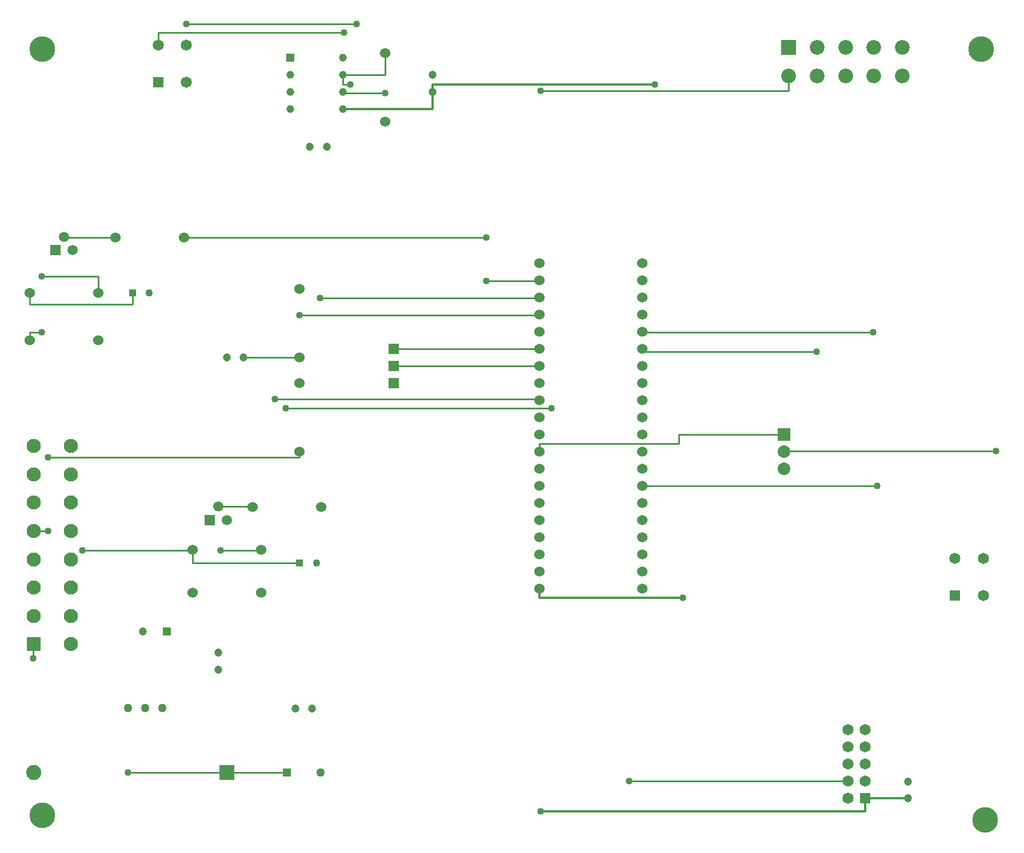
<source format=gbr>
G04 DesignSpark PCB Gerber Version 9.0 Build 5138 *
%FSLAX35Y35*%
%MOIN*%
%ADD24R,0.04331X0.04331*%
%ADD74R,0.04563X0.04563*%
%ADD21R,0.04724X0.04724*%
%ADD22R,0.05020X0.05020*%
%ADD72R,0.05965X0.05965*%
%ADD76R,0.06000X0.06000*%
%ADD28R,0.06496X0.06496*%
%ADD26R,0.07323X0.07323*%
%ADD14R,0.08268X0.08268*%
%ADD70R,0.08563X0.08563*%
%ADD18R,0.08858X0.08858*%
%ADD10C,0.01000*%
%ADD12C,0.01181*%
%ADD11C,0.04000*%
%ADD25C,0.04331*%
%ADD75C,0.04563*%
%ADD20C,0.04724*%
%ADD17C,0.04961*%
%ADD23C,0.05020*%
%ADD73C,0.05965*%
%ADD16C,0.06000*%
%ADD29C,0.06496*%
%ADD27C,0.07323*%
%ADD15C,0.08268*%
%ADD71C,0.08563*%
%ADD19C,0.08858*%
%ADD13C,0.14961*%
X0Y0D02*
D02*
D10*
X15600Y328159D02*
Y321624D01*
X75600*
Y328159*
X17549Y115009D02*
Y123159D01*
X18100*
X22588Y305246D02*
X15600D01*
Y300659*
X22588Y338002D02*
X55600D01*
Y328159*
X26368Y189340D02*
X18100D01*
Y189301*
X26368Y232175D02*
X173100D01*
Y235659*
X35600Y361033D02*
Y360659D01*
X65738*
X72982Y48238D02*
X130600D01*
Y48159*
X110600Y178002D02*
Y178159D01*
Y178002D02*
X46525D01*
X110600D02*
Y170659D01*
X173100*
X127155Y178002D02*
X150600D01*
Y178159*
X130600Y48159D02*
X165600D01*
X140443Y290659D02*
X173100D01*
X145600Y203159D02*
Y203533D01*
X125600*
X158651Y266191D02*
X313100D01*
Y265659*
X173100Y315324D02*
X313100D01*
Y315659*
X185108Y325403D02*
X313100D01*
Y325659*
X198474Y455659D02*
X223100D01*
Y468159*
X198966Y480364D02*
X90600D01*
Y473041*
X202746Y450128D02*
X198474D01*
Y455659*
X206525Y485403D02*
X106998D01*
X222903Y445088D02*
X198474D01*
Y445659*
X228100Y285659D02*
X313100D01*
X228100Y295659D02*
X313100D01*
X282116Y335482D02*
X313100D01*
Y335659*
X282116Y360679D02*
X105738D01*
Y360659*
X313100Y235659D02*
Y240403D01*
X394242*
Y245659*
X455600*
X313612Y446348D02*
X458494D01*
Y455009*
X319911Y261151D02*
X164950D01*
X365265Y43198D02*
X493100D01*
Y43159*
X474872Y293907D02*
X373100D01*
Y295659*
X507628Y305246D02*
X373100D01*
Y305659*
X510147Y215797D02*
X373100D01*
Y215659*
X579439Y235954D02*
X455600D01*
Y235659*
D02*
D11*
X17549Y115009D03*
X22588Y305246D03*
Y338002D03*
X26368Y189340D03*
Y232175D03*
X46525Y178002D03*
X72982Y48238D03*
X106998Y485403D03*
X127155Y178002D03*
X158651Y266191D03*
X164950Y261151D03*
X173100Y315324D03*
X185108Y325403D03*
X198966Y480364D03*
X202746Y450128D03*
X206525Y485403D03*
X222903Y445088D03*
X282116Y335482D03*
Y360679D03*
X313612Y25561D03*
Y446348D03*
X319911Y261151D03*
X365265Y43198D03*
X380383Y450128D03*
X396761Y150285D03*
X474872Y293907D03*
X507628Y305246D03*
X510147Y215797D03*
X579439Y235954D03*
D02*
D12*
X250600Y445817D02*
Y435659D01*
X198474*
X313612Y25561D02*
X503100D01*
Y33159*
X380383Y450128D02*
X250600D01*
Y445817*
X396761Y150285D02*
X313100D01*
Y155659*
X503100Y33159D02*
X528100D01*
D02*
D13*
X23100Y23159D03*
Y470659D03*
X570600D03*
X573100Y20659D03*
D02*
D14*
X18100Y123159D03*
D02*
D15*
Y139694D03*
Y156230D03*
Y172765D03*
Y189301D03*
Y205836D03*
Y222372D03*
Y238907D03*
X39754Y123159D03*
Y139694D03*
Y156230D03*
Y172765D03*
Y189301D03*
Y205836D03*
Y222372D03*
Y238907D03*
D02*
D16*
X15600Y300659D03*
Y328159D03*
X55600Y300659D03*
Y328159D03*
X65738Y360659D03*
X105738D03*
X110600Y153159D03*
Y178159D03*
X145600Y203159D03*
X150600Y153159D03*
Y178159D03*
X173100Y235659D03*
Y275659D03*
Y290659D03*
Y330659D03*
X185600Y203159D03*
X223100Y428159D03*
Y468159D03*
X313100Y155659D03*
Y165659D03*
Y175659D03*
Y185659D03*
Y195659D03*
Y205659D03*
Y215659D03*
Y225659D03*
Y235659D03*
Y245659D03*
Y255659D03*
Y265659D03*
Y275659D03*
Y285659D03*
Y295659D03*
Y305659D03*
Y315659D03*
Y325659D03*
Y335659D03*
Y345659D03*
X373100Y155659D03*
Y165659D03*
Y175659D03*
Y185659D03*
Y195659D03*
Y205659D03*
Y215659D03*
Y225659D03*
Y235659D03*
Y245659D03*
Y255659D03*
Y265659D03*
Y275659D03*
Y285659D03*
Y295659D03*
Y305659D03*
Y315659D03*
Y325659D03*
Y335659D03*
Y345659D03*
D02*
D17*
X73100Y86033D03*
X83100D03*
X93100D03*
D02*
D18*
X130600Y48159D03*
D02*
D19*
X18002D03*
D02*
D70*
X458494Y471545D03*
D02*
D71*
Y455009D03*
X475029D03*
Y471545D03*
X491565Y455009D03*
Y471545D03*
X508100Y455009D03*
Y471545D03*
X524635Y455009D03*
Y471545D03*
D02*
D20*
X81820Y130659D03*
X125600Y108317D03*
Y118159D03*
X130600Y290659D03*
X140443D03*
X170600Y85659D03*
X179045Y413592D03*
X180443Y85659D03*
X188887Y413592D03*
X250600Y445817D03*
Y455659D03*
X528100Y33159D03*
Y43002D03*
D02*
D21*
X95600Y130659D03*
D02*
D22*
X165600Y48159D03*
D02*
D23*
X185285D03*
D02*
D24*
X75600Y328159D03*
X173100Y170659D03*
D02*
D25*
X85443Y328159D03*
X182943Y170659D03*
D02*
D26*
X455600Y245659D03*
D02*
D27*
Y225659D03*
Y235659D03*
D02*
D28*
X90600Y451387D03*
X503100Y33159D03*
X555502Y151545D03*
D02*
D29*
X90600Y473041D03*
X107135Y451387D03*
Y473041D03*
X493100Y33159D03*
Y43159D03*
Y53159D03*
Y63159D03*
Y73159D03*
X503100Y43159D03*
Y53159D03*
Y63159D03*
Y73159D03*
X555502Y173198D03*
X572037Y151545D03*
Y173198D03*
D02*
D72*
X30600Y353159D03*
X120600Y195659D03*
D02*
D73*
X35600Y361033D03*
X40600Y353159D03*
X125600Y203533D03*
X130600Y195659D03*
D02*
D74*
X167726Y465659D03*
D02*
D75*
Y435659D03*
Y445659D03*
Y455659D03*
X198474Y435659D03*
Y445659D03*
Y455659D03*
Y465659D03*
D02*
D76*
X228100Y275659D03*
Y285659D03*
Y295659D03*
X0Y0D02*
M02*

</source>
